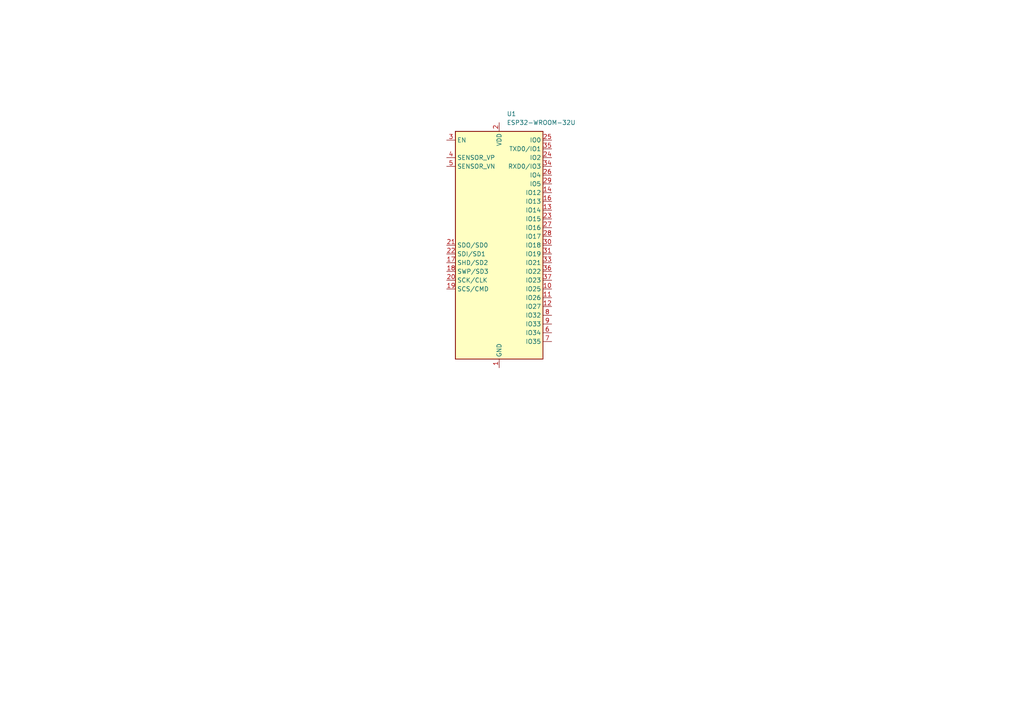
<source format=kicad_sch>
(kicad_sch (version 20230121) (generator eeschema)
  (paper "A4")
  (lib_symbols
    (symbol "RF_Module:ESP32-WROOM-32U"
      (property "Reference" "U" (at -12.7 34.29 0))
      (property "Value" "ESP32-WROOM-32U" (at 1.27 34.29 0))
      (symbol "ESP32-WROOM-32U_0_1"
        (rectangle (start -12.7 33.02) (end 12.7 -33.02) (stroke (width 0.254)) (fill (type background)))
      )
      (symbol "ESP32-WROOM-32U_1_1"
        (pin power_in line (at 0 -35.56 90) (length 2.54) (name "GND") (number "1"))
        (pin bidirectional line (at 15.24 -12.7 180) (length 2.54) (name "IO25") (number "10"))
        (pin bidirectional line (at 15.24 -15.24 180) (length 2.54) (name "IO26") (number "11"))
        (pin bidirectional line (at 15.24 -17.78 180) (length 2.54) (name "IO27") (number "12"))
        (pin bidirectional line (at 15.24 10.16 180) (length 2.54) (name "IO14") (number "13"))
        (pin bidirectional line (at 15.24 15.24 180) (length 2.54) (name "IO12") (number "14"))
        (pin passive line (at 0 -35.56 90) (length 2.54) hide (name "GND") (number "15"))
        (pin bidirectional line (at 15.24 12.7 180) (length 2.54) (name "IO13") (number "16"))
        (pin bidirectional line (at -15.24 -5.08 0) (length 2.54) (name "SHD/SD2") (number "17"))
        (pin bidirectional line (at -15.24 -7.62 0) (length 2.54) (name "SWP/SD3") (number "18"))
        (pin bidirectional line (at -15.24 -12.7 0) (length 2.54) (name "SCS/CMD") (number "19"))
        (pin power_in line (at 0 35.56 270) (length 2.54) (name "VDD") (number "2"))
        (pin bidirectional line (at -15.24 -10.16 0) (length 2.54) (name "SCK/CLK") (number "20"))
        (pin bidirectional line (at -15.24 0 0) (length 2.54) (name "SDO/SD0") (number "21"))
        (pin bidirectional line (at -15.24 -2.54 0) (length 2.54) (name "SDI/SD1") (number "22"))
        (pin bidirectional line (at 15.24 7.62 180) (length 2.54) (name "IO15") (number "23"))
        (pin bidirectional line (at 15.24 25.4 180) (length 2.54) (name "IO2") (number "24"))
        (pin bidirectional line (at 15.24 30.48 180) (length 2.54) (name "IO0") (number "25"))
        (pin bidirectional line (at 15.24 20.32 180) (length 2.54) (name "IO4") (number "26"))
        (pin bidirectional line (at 15.24 5.08 180) (length 2.54) (name "IO16") (number "27"))
        (pin bidirectional line (at 15.24 2.54 180) (length 2.54) (name "IO17") (number "28"))
        (pin bidirectional line (at 15.24 17.78 180) (length 2.54) (name "IO5") (number "29"))
        (pin input line (at -15.24 30.48 0) (length 2.54) (name "EN") (number "3"))
        (pin bidirectional line (at 15.24 0 180) (length 2.54) (name "IO18") (number "30"))
        (pin bidirectional line (at 15.24 -2.54 180) (length 2.54) (name "IO19") (number "31"))
        (pin no_connect line (at -12.7 -27.94 0) (length 2.54) hide (name "NC") (number "32"))
        (pin bidirectional line (at 15.24 -5.08 180) (length 2.54) (name "IO21") (number "33"))
        (pin bidirectional line (at 15.24 22.86 180) (length 2.54) (name "RXD0/IO3") (number "34"))
        (pin bidirectional line (at 15.24 27.94 180) (length 2.54) (name "TXD0/IO1") (number "35"))
        (pin bidirectional line (at 15.24 -7.62 180) (length 2.54) (name "IO22") (number "36"))
        (pin bidirectional line (at 15.24 -10.16 180) (length 2.54) (name "IO23") (number "37"))
        (pin passive line (at 0 -35.56 90) (length 2.54) hide (name "GND") (number "38"))
        (pin passive line (at 0 -35.56 90) (length 2.54) hide (name "GND") (number "39"))
        (pin input line (at -15.24 25.4 0) (length 2.54) (name "SENSOR_VP") (number "4"))
        (pin input line (at -15.24 22.86 0) (length 2.54) (name "SENSOR_VN") (number "5"))
        (pin input line (at 15.24 -25.4 180) (length 2.54) (name "IO34") (number "6"))
        (pin input line (at 15.24 -27.94 180) (length 2.54) (name "IO35") (number "7"))
        (pin bidirectional line (at 15.24 -20.32 180) (length 2.54) (name "IO32") (number "8"))
        (pin bidirectional line (at 15.24 -22.86 180) (length 2.54) (name "IO33") (number "9"))
      )
    )
  )
  (symbol (lib_id "RF_Module:ESP32-WROOM-32U") (at 144.78 71.12 0) (unit 1)
    (property "Reference" "U1" (at 146.9741 33.02 0) (effects (justify left)))
    (property "Value" "ESP32-WROOM-32U" (at 146.9741 35.56 0) (effects (justify left)))
    (property "Footprint" "RF_Module:ESP32-WROOM-32U" (effects hide))
    (property "Datasheet" "https://www.espressif.com/sites/default/files/documentation/esp32-wroom-32d_esp32-wroom-32u_datasheet_en.pdf" (effects hide))
  )
)
</source>
